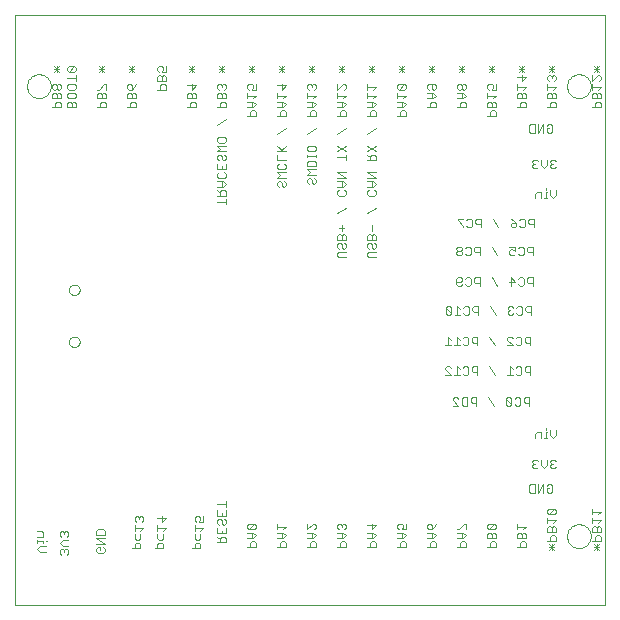
<source format=gbo>
G75*
G70*
%OFA0B0*%
%FSLAX24Y24*%
%IPPOS*%
%LPD*%
%AMOC8*
5,1,8,0,0,1.08239X$1,22.5*
%
%ADD10C,0.0000*%
%ADD11C,0.0040*%
D10*
X001875Y000107D02*
X001875Y019792D01*
X021560Y019792D01*
X021560Y000107D01*
X001875Y000107D01*
X003681Y008886D02*
X003683Y008912D01*
X003689Y008938D01*
X003699Y008963D01*
X003712Y008986D01*
X003728Y009006D01*
X003748Y009024D01*
X003770Y009039D01*
X003793Y009051D01*
X003819Y009059D01*
X003845Y009063D01*
X003871Y009063D01*
X003897Y009059D01*
X003923Y009051D01*
X003947Y009039D01*
X003968Y009024D01*
X003988Y009006D01*
X004004Y008986D01*
X004017Y008963D01*
X004027Y008938D01*
X004033Y008912D01*
X004035Y008886D01*
X004033Y008860D01*
X004027Y008834D01*
X004017Y008809D01*
X004004Y008786D01*
X003988Y008766D01*
X003968Y008748D01*
X003946Y008733D01*
X003923Y008721D01*
X003897Y008713D01*
X003871Y008709D01*
X003845Y008709D01*
X003819Y008713D01*
X003793Y008721D01*
X003769Y008733D01*
X003748Y008748D01*
X003728Y008766D01*
X003712Y008786D01*
X003699Y008809D01*
X003689Y008834D01*
X003683Y008860D01*
X003681Y008886D01*
X003681Y010619D02*
X003683Y010645D01*
X003689Y010671D01*
X003699Y010696D01*
X003712Y010719D01*
X003728Y010739D01*
X003748Y010757D01*
X003770Y010772D01*
X003793Y010784D01*
X003819Y010792D01*
X003845Y010796D01*
X003871Y010796D01*
X003897Y010792D01*
X003923Y010784D01*
X003947Y010772D01*
X003968Y010757D01*
X003988Y010739D01*
X004004Y010719D01*
X004017Y010696D01*
X004027Y010671D01*
X004033Y010645D01*
X004035Y010619D01*
X004033Y010593D01*
X004027Y010567D01*
X004017Y010542D01*
X004004Y010519D01*
X003988Y010499D01*
X003968Y010481D01*
X003946Y010466D01*
X003923Y010454D01*
X003897Y010446D01*
X003871Y010442D01*
X003845Y010442D01*
X003819Y010446D01*
X003793Y010454D01*
X003769Y010466D01*
X003748Y010481D01*
X003728Y010499D01*
X003712Y010519D01*
X003699Y010542D01*
X003689Y010567D01*
X003683Y010593D01*
X003681Y010619D01*
X002284Y017410D02*
X002286Y017449D01*
X002292Y017488D01*
X002302Y017526D01*
X002315Y017563D01*
X002332Y017598D01*
X002352Y017632D01*
X002376Y017663D01*
X002403Y017692D01*
X002432Y017718D01*
X002464Y017741D01*
X002498Y017761D01*
X002534Y017777D01*
X002571Y017789D01*
X002610Y017798D01*
X002649Y017803D01*
X002688Y017804D01*
X002727Y017801D01*
X002766Y017794D01*
X002803Y017783D01*
X002840Y017769D01*
X002875Y017751D01*
X002908Y017730D01*
X002939Y017705D01*
X002967Y017678D01*
X002992Y017648D01*
X003014Y017615D01*
X003033Y017581D01*
X003048Y017545D01*
X003060Y017507D01*
X003068Y017469D01*
X003072Y017430D01*
X003072Y017390D01*
X003068Y017351D01*
X003060Y017313D01*
X003048Y017275D01*
X003033Y017239D01*
X003014Y017205D01*
X002992Y017172D01*
X002967Y017142D01*
X002939Y017115D01*
X002908Y017090D01*
X002875Y017069D01*
X002840Y017051D01*
X002803Y017037D01*
X002766Y017026D01*
X002727Y017019D01*
X002688Y017016D01*
X002649Y017017D01*
X002610Y017022D01*
X002571Y017031D01*
X002534Y017043D01*
X002498Y017059D01*
X002464Y017079D01*
X002432Y017102D01*
X002403Y017128D01*
X002376Y017157D01*
X002352Y017188D01*
X002332Y017222D01*
X002315Y017257D01*
X002302Y017294D01*
X002292Y017332D01*
X002286Y017371D01*
X002284Y017410D01*
X020284Y017410D02*
X020286Y017449D01*
X020292Y017488D01*
X020302Y017526D01*
X020315Y017563D01*
X020332Y017598D01*
X020352Y017632D01*
X020376Y017663D01*
X020403Y017692D01*
X020432Y017718D01*
X020464Y017741D01*
X020498Y017761D01*
X020534Y017777D01*
X020571Y017789D01*
X020610Y017798D01*
X020649Y017803D01*
X020688Y017804D01*
X020727Y017801D01*
X020766Y017794D01*
X020803Y017783D01*
X020840Y017769D01*
X020875Y017751D01*
X020908Y017730D01*
X020939Y017705D01*
X020967Y017678D01*
X020992Y017648D01*
X021014Y017615D01*
X021033Y017581D01*
X021048Y017545D01*
X021060Y017507D01*
X021068Y017469D01*
X021072Y017430D01*
X021072Y017390D01*
X021068Y017351D01*
X021060Y017313D01*
X021048Y017275D01*
X021033Y017239D01*
X021014Y017205D01*
X020992Y017172D01*
X020967Y017142D01*
X020939Y017115D01*
X020908Y017090D01*
X020875Y017069D01*
X020840Y017051D01*
X020803Y017037D01*
X020766Y017026D01*
X020727Y017019D01*
X020688Y017016D01*
X020649Y017017D01*
X020610Y017022D01*
X020571Y017031D01*
X020534Y017043D01*
X020498Y017059D01*
X020464Y017079D01*
X020432Y017102D01*
X020403Y017128D01*
X020376Y017157D01*
X020352Y017188D01*
X020332Y017222D01*
X020315Y017257D01*
X020302Y017294D01*
X020292Y017332D01*
X020286Y017371D01*
X020284Y017410D01*
X020284Y002410D02*
X020286Y002449D01*
X020292Y002488D01*
X020302Y002526D01*
X020315Y002563D01*
X020332Y002598D01*
X020352Y002632D01*
X020376Y002663D01*
X020403Y002692D01*
X020432Y002718D01*
X020464Y002741D01*
X020498Y002761D01*
X020534Y002777D01*
X020571Y002789D01*
X020610Y002798D01*
X020649Y002803D01*
X020688Y002804D01*
X020727Y002801D01*
X020766Y002794D01*
X020803Y002783D01*
X020840Y002769D01*
X020875Y002751D01*
X020908Y002730D01*
X020939Y002705D01*
X020967Y002678D01*
X020992Y002648D01*
X021014Y002615D01*
X021033Y002581D01*
X021048Y002545D01*
X021060Y002507D01*
X021068Y002469D01*
X021072Y002430D01*
X021072Y002390D01*
X021068Y002351D01*
X021060Y002313D01*
X021048Y002275D01*
X021033Y002239D01*
X021014Y002205D01*
X020992Y002172D01*
X020967Y002142D01*
X020939Y002115D01*
X020908Y002090D01*
X020875Y002069D01*
X020840Y002051D01*
X020803Y002037D01*
X020766Y002026D01*
X020727Y002019D01*
X020688Y002016D01*
X020649Y002017D01*
X020610Y002022D01*
X020571Y002031D01*
X020534Y002043D01*
X020498Y002059D01*
X020464Y002079D01*
X020432Y002102D01*
X020403Y002128D01*
X020376Y002157D01*
X020352Y002188D01*
X020332Y002222D01*
X020315Y002257D01*
X020302Y002294D01*
X020292Y002332D01*
X020286Y002371D01*
X020284Y002410D01*
D11*
X019908Y002392D02*
X019908Y002251D01*
X019628Y002251D01*
X019722Y002251D02*
X019722Y002392D01*
X019768Y002438D01*
X019862Y002438D01*
X019908Y002392D01*
X019908Y002546D02*
X019908Y002686D01*
X019862Y002733D01*
X019815Y002733D01*
X019768Y002686D01*
X019768Y002546D01*
X019628Y002546D02*
X019628Y002686D01*
X019675Y002733D01*
X019722Y002733D01*
X019768Y002686D01*
X019815Y002841D02*
X019908Y002934D01*
X019628Y002934D01*
X019628Y002841D02*
X019628Y003028D01*
X019675Y003135D02*
X019862Y003322D01*
X019675Y003322D01*
X019628Y003275D01*
X019628Y003182D01*
X019675Y003135D01*
X019862Y003135D01*
X019908Y003182D01*
X019908Y003275D01*
X019862Y003322D01*
X019745Y003860D02*
X019652Y003860D01*
X019605Y003907D01*
X019605Y004000D01*
X019699Y004000D01*
X019792Y003907D02*
X019745Y003860D01*
X019792Y003907D02*
X019792Y004094D01*
X019745Y004140D01*
X019652Y004140D01*
X019605Y004094D01*
X019497Y004140D02*
X019497Y003860D01*
X019311Y003860D02*
X019311Y004140D01*
X019203Y004140D02*
X019063Y004140D01*
X019016Y004094D01*
X019016Y003907D01*
X019063Y003860D01*
X019203Y003860D01*
X019203Y004140D01*
X019497Y004140D02*
X019311Y003860D01*
X019272Y004680D02*
X019319Y004727D01*
X019272Y004680D02*
X019179Y004680D01*
X019132Y004727D01*
X019132Y004773D01*
X019179Y004820D01*
X019225Y004820D01*
X019179Y004820D02*
X019132Y004867D01*
X019132Y004914D01*
X019179Y004960D01*
X019272Y004960D01*
X019319Y004914D01*
X019427Y004960D02*
X019427Y004773D01*
X019520Y004680D01*
X019613Y004773D01*
X019613Y004960D01*
X019721Y004914D02*
X019721Y004867D01*
X019768Y004820D01*
X019721Y004773D01*
X019721Y004727D01*
X019768Y004680D01*
X019861Y004680D01*
X019908Y004727D01*
X019815Y004820D02*
X019768Y004820D01*
X019721Y004914D02*
X019768Y004960D01*
X019861Y004960D01*
X019908Y004914D01*
X019815Y005680D02*
X019721Y005773D01*
X019721Y005960D01*
X019613Y005867D02*
X019567Y005867D01*
X019567Y005680D01*
X019613Y005680D02*
X019520Y005680D01*
X019417Y005680D02*
X019417Y005867D01*
X019277Y005867D01*
X019230Y005820D01*
X019230Y005680D01*
X019567Y005960D02*
X019567Y006007D01*
X019908Y005960D02*
X019908Y005773D01*
X019815Y005680D01*
X019020Y006761D02*
X019020Y007041D01*
X018880Y007041D01*
X018834Y006994D01*
X018834Y006901D01*
X018880Y006854D01*
X019020Y006854D01*
X018726Y006807D02*
X018726Y006994D01*
X018679Y007041D01*
X018586Y007041D01*
X018539Y006994D01*
X018431Y006994D02*
X018431Y006807D01*
X018244Y006994D01*
X018244Y006807D01*
X018291Y006761D01*
X018384Y006761D01*
X018431Y006807D01*
X018539Y006807D02*
X018586Y006761D01*
X018679Y006761D01*
X018726Y006807D01*
X018431Y006994D02*
X018384Y007041D01*
X018291Y007041D01*
X018244Y006994D01*
X017842Y006761D02*
X017655Y007041D01*
X017252Y007041D02*
X017252Y006761D01*
X017252Y006854D02*
X017112Y006854D01*
X017066Y006901D01*
X017066Y006994D01*
X017112Y007041D01*
X017252Y007041D01*
X016958Y007041D02*
X016818Y007041D01*
X016771Y006994D01*
X016771Y006807D01*
X016818Y006761D01*
X016958Y006761D01*
X016958Y007041D01*
X016663Y006994D02*
X016616Y007041D01*
X016523Y007041D01*
X016476Y006994D01*
X016476Y006948D01*
X016663Y006761D01*
X016476Y006761D01*
X016516Y007784D02*
X016703Y007784D01*
X016609Y007784D02*
X016609Y008065D01*
X016703Y007971D01*
X016810Y008018D02*
X016857Y008065D01*
X016950Y008065D01*
X016997Y008018D01*
X016997Y007831D01*
X016950Y007784D01*
X016857Y007784D01*
X016810Y007831D01*
X017105Y007924D02*
X017105Y008018D01*
X017152Y008065D01*
X017292Y008065D01*
X017292Y007784D01*
X017292Y007878D02*
X017152Y007878D01*
X017105Y007924D01*
X017694Y008065D02*
X017881Y007784D01*
X018284Y007784D02*
X018470Y007784D01*
X018377Y007784D02*
X018377Y008065D01*
X018470Y007971D01*
X018578Y008018D02*
X018625Y008065D01*
X018718Y008065D01*
X018765Y008018D01*
X018765Y007831D01*
X018718Y007784D01*
X018625Y007784D01*
X018578Y007831D01*
X018873Y007924D02*
X018873Y008018D01*
X018920Y008065D01*
X019060Y008065D01*
X019060Y007784D01*
X019060Y007878D02*
X018920Y007878D01*
X018873Y007924D01*
X018718Y008769D02*
X018625Y008769D01*
X018578Y008815D01*
X018470Y008769D02*
X018284Y008955D01*
X018284Y009002D01*
X018330Y009049D01*
X018424Y009049D01*
X018470Y009002D01*
X018578Y009002D02*
X018625Y009049D01*
X018718Y009049D01*
X018765Y009002D01*
X018765Y008815D01*
X018718Y008769D01*
X018873Y008909D02*
X018920Y008862D01*
X019060Y008862D01*
X019060Y008769D02*
X019060Y009049D01*
X018920Y009049D01*
X018873Y009002D01*
X018873Y008909D01*
X018470Y008769D02*
X018284Y008769D01*
X017881Y008769D02*
X017694Y009049D01*
X017292Y009049D02*
X017292Y008769D01*
X017292Y008862D02*
X017152Y008862D01*
X017105Y008909D01*
X017105Y009002D01*
X017152Y009049D01*
X017292Y009049D01*
X016997Y009002D02*
X016997Y008815D01*
X016950Y008769D01*
X016857Y008769D01*
X016810Y008815D01*
X016703Y008769D02*
X016516Y008769D01*
X016609Y008769D02*
X016609Y009049D01*
X016703Y008955D01*
X016810Y009002D02*
X016857Y009049D01*
X016950Y009049D01*
X016997Y009002D01*
X016408Y008955D02*
X016314Y009049D01*
X016314Y008769D01*
X016221Y008769D02*
X016408Y008769D01*
X016361Y008065D02*
X016268Y008065D01*
X016221Y008018D01*
X016221Y007971D01*
X016408Y007784D01*
X016221Y007784D01*
X016408Y008018D02*
X016361Y008065D01*
X016381Y009792D02*
X016287Y009792D01*
X016241Y009839D01*
X016241Y010026D01*
X016428Y009839D01*
X016381Y009792D01*
X016428Y009839D02*
X016428Y010026D01*
X016381Y010072D01*
X016287Y010072D01*
X016241Y010026D01*
X016535Y009792D02*
X016722Y009792D01*
X016629Y009792D02*
X016629Y010072D01*
X016722Y009979D01*
X016830Y010026D02*
X016877Y010072D01*
X016970Y010072D01*
X017017Y010026D01*
X017017Y009839D01*
X016970Y009792D01*
X016877Y009792D01*
X016830Y009839D01*
X017125Y009932D02*
X017125Y010026D01*
X017171Y010072D01*
X017311Y010072D01*
X017311Y009792D01*
X017311Y009886D02*
X017171Y009886D01*
X017125Y009932D01*
X017714Y010072D02*
X017901Y009792D01*
X018303Y009839D02*
X018350Y009792D01*
X018443Y009792D01*
X018490Y009839D01*
X018598Y009839D02*
X018645Y009792D01*
X018738Y009792D01*
X018785Y009839D01*
X018785Y010026D01*
X018738Y010072D01*
X018645Y010072D01*
X018598Y010026D01*
X018490Y010026D02*
X018443Y010072D01*
X018350Y010072D01*
X018303Y010026D01*
X018303Y009979D01*
X018350Y009932D01*
X018303Y009886D01*
X018303Y009839D01*
X018350Y009932D02*
X018397Y009932D01*
X018893Y009932D02*
X018939Y009886D01*
X019079Y009886D01*
X019079Y009792D02*
X019079Y010072D01*
X018939Y010072D01*
X018893Y010026D01*
X018893Y009932D01*
X018797Y010757D02*
X018704Y010757D01*
X018657Y010803D01*
X018549Y010897D02*
X018362Y010897D01*
X018409Y010757D02*
X018409Y011037D01*
X018549Y010897D01*
X018657Y010990D02*
X018704Y011037D01*
X018797Y011037D01*
X018844Y010990D01*
X018844Y010803D01*
X018797Y010757D01*
X018952Y010897D02*
X018952Y010990D01*
X018998Y011037D01*
X019138Y011037D01*
X019138Y010757D01*
X019138Y010850D02*
X018998Y010850D01*
X018952Y010897D01*
X018797Y011780D02*
X018704Y011780D01*
X018657Y011827D01*
X018549Y011827D02*
X018502Y011780D01*
X018409Y011780D01*
X018362Y011827D01*
X018362Y011921D01*
X018409Y011967D01*
X018456Y011967D01*
X018549Y011921D01*
X018549Y012061D01*
X018362Y012061D01*
X018657Y012014D02*
X018704Y012061D01*
X018797Y012061D01*
X018844Y012014D01*
X018844Y011827D01*
X018797Y011780D01*
X018952Y011921D02*
X018952Y012014D01*
X018998Y012061D01*
X019138Y012061D01*
X019138Y011780D01*
X019138Y011874D02*
X018998Y011874D01*
X018952Y011921D01*
X018836Y012706D02*
X018743Y012706D01*
X018696Y012752D01*
X018589Y012752D02*
X018542Y012706D01*
X018448Y012706D01*
X018402Y012752D01*
X018402Y012799D01*
X018448Y012846D01*
X018589Y012846D01*
X018589Y012752D01*
X018589Y012846D02*
X018495Y012939D01*
X018402Y012986D01*
X018696Y012939D02*
X018743Y012986D01*
X018836Y012986D01*
X018883Y012939D01*
X018883Y012752D01*
X018836Y012706D01*
X018991Y012846D02*
X019038Y012799D01*
X019178Y012799D01*
X019178Y012706D02*
X019178Y012986D01*
X019038Y012986D01*
X018991Y012939D01*
X018991Y012846D01*
X019230Y013680D02*
X019230Y013820D01*
X019277Y013867D01*
X019417Y013867D01*
X019417Y013680D01*
X019520Y013680D02*
X019613Y013680D01*
X019567Y013680D02*
X019567Y013867D01*
X019613Y013867D01*
X019567Y013960D02*
X019567Y014007D01*
X019721Y013960D02*
X019721Y013773D01*
X019815Y013680D01*
X019908Y013773D01*
X019908Y013960D01*
X019861Y014680D02*
X019768Y014680D01*
X019721Y014727D01*
X019721Y014773D01*
X019768Y014820D01*
X019815Y014820D01*
X019768Y014820D02*
X019721Y014867D01*
X019721Y014914D01*
X019768Y014960D01*
X019861Y014960D01*
X019908Y014914D01*
X019908Y014727D02*
X019861Y014680D01*
X019613Y014773D02*
X019520Y014680D01*
X019427Y014773D01*
X019427Y014960D01*
X019319Y014914D02*
X019272Y014960D01*
X019179Y014960D01*
X019132Y014914D01*
X019132Y014867D01*
X019179Y014820D01*
X019132Y014773D01*
X019132Y014727D01*
X019179Y014680D01*
X019272Y014680D01*
X019319Y014727D01*
X019225Y014820D02*
X019179Y014820D01*
X019613Y014773D02*
X019613Y014960D01*
X019652Y015860D02*
X019605Y015907D01*
X019605Y016000D01*
X019699Y016000D01*
X019792Y015907D02*
X019745Y015860D01*
X019652Y015860D01*
X019792Y015907D02*
X019792Y016094D01*
X019745Y016140D01*
X019652Y016140D01*
X019605Y016094D01*
X019497Y016140D02*
X019497Y015860D01*
X019311Y015860D02*
X019311Y016140D01*
X019203Y016140D02*
X019063Y016140D01*
X019016Y016094D01*
X019016Y015907D01*
X019063Y015860D01*
X019203Y015860D01*
X019203Y016140D01*
X019497Y016140D02*
X019311Y015860D01*
X019628Y016707D02*
X019908Y016707D01*
X019908Y016847D01*
X019862Y016894D01*
X019768Y016894D01*
X019722Y016847D01*
X019722Y016707D01*
X019768Y017001D02*
X019768Y017142D01*
X019722Y017188D01*
X019675Y017188D01*
X019628Y017142D01*
X019628Y017001D01*
X019908Y017001D01*
X019908Y017142D01*
X019862Y017188D01*
X019815Y017188D01*
X019768Y017142D01*
X019815Y017296D02*
X019908Y017389D01*
X019628Y017389D01*
X019628Y017296D02*
X019628Y017483D01*
X019675Y017591D02*
X019628Y017637D01*
X019628Y017731D01*
X019675Y017778D01*
X019722Y017778D01*
X019768Y017731D01*
X019768Y017684D01*
X019768Y017731D02*
X019815Y017778D01*
X019862Y017778D01*
X019908Y017731D01*
X019908Y017637D01*
X019862Y017591D01*
X019862Y017885D02*
X019675Y018072D01*
X019675Y017979D02*
X019862Y017979D01*
X019862Y018072D02*
X019675Y017885D01*
X019768Y017885D02*
X019768Y018072D01*
X018908Y017731D02*
X018768Y017591D01*
X018768Y017778D01*
X018768Y017885D02*
X018768Y018072D01*
X018675Y018072D02*
X018862Y017885D01*
X018862Y017979D02*
X018675Y017979D01*
X018675Y017885D02*
X018862Y018072D01*
X018908Y017731D02*
X018628Y017731D01*
X018628Y017483D02*
X018628Y017296D01*
X018628Y017389D02*
X018908Y017389D01*
X018815Y017296D01*
X018815Y017188D02*
X018768Y017142D01*
X018768Y017001D01*
X018768Y016894D02*
X018722Y016847D01*
X018722Y016707D01*
X018628Y016707D02*
X018908Y016707D01*
X018908Y016847D01*
X018862Y016894D01*
X018768Y016894D01*
X018628Y017001D02*
X018628Y017142D01*
X018675Y017188D01*
X018722Y017188D01*
X018768Y017142D01*
X018815Y017188D02*
X018862Y017188D01*
X018908Y017142D01*
X018908Y017001D01*
X018628Y017001D01*
X017908Y017095D02*
X017628Y017095D01*
X017628Y017188D02*
X017628Y017001D01*
X017675Y016894D02*
X017628Y016847D01*
X017628Y016707D01*
X017908Y016707D01*
X017908Y016847D01*
X017862Y016894D01*
X017815Y016894D01*
X017768Y016847D01*
X017768Y016707D01*
X017768Y016599D02*
X017722Y016552D01*
X017722Y016412D01*
X017628Y016412D02*
X017908Y016412D01*
X017908Y016552D01*
X017862Y016599D01*
X017768Y016599D01*
X017768Y016847D02*
X017722Y016894D01*
X017675Y016894D01*
X017815Y017001D02*
X017908Y017095D01*
X017908Y017296D02*
X017768Y017296D01*
X017815Y017389D01*
X017815Y017436D01*
X017768Y017483D01*
X017675Y017483D01*
X017628Y017436D01*
X017628Y017343D01*
X017675Y017296D01*
X017908Y017296D02*
X017908Y017483D01*
X017862Y017885D02*
X017675Y018072D01*
X017675Y017979D02*
X017862Y017979D01*
X017862Y018072D02*
X017675Y017885D01*
X017768Y017885D02*
X017768Y018072D01*
X016862Y018072D02*
X016675Y017885D01*
X016768Y017885D02*
X016768Y018072D01*
X016675Y018072D02*
X016862Y017885D01*
X016862Y017979D02*
X016675Y017979D01*
X016675Y017483D02*
X016628Y017436D01*
X016628Y017343D01*
X016675Y017296D01*
X016722Y017296D01*
X016768Y017343D01*
X016768Y017436D01*
X016722Y017483D01*
X016675Y017483D01*
X016768Y017436D02*
X016815Y017483D01*
X016862Y017483D01*
X016908Y017436D01*
X016908Y017343D01*
X016862Y017296D01*
X016815Y017296D01*
X016768Y017343D01*
X016768Y017188D02*
X016768Y017001D01*
X016815Y017001D02*
X016908Y017095D01*
X016815Y017188D01*
X016628Y017188D01*
X016628Y017001D02*
X016815Y017001D01*
X016862Y016894D02*
X016768Y016894D01*
X016722Y016847D01*
X016722Y016707D01*
X016628Y016707D02*
X016908Y016707D01*
X016908Y016847D01*
X016862Y016894D01*
X015908Y016847D02*
X015908Y016707D01*
X015628Y016707D01*
X015722Y016707D02*
X015722Y016847D01*
X015768Y016894D01*
X015862Y016894D01*
X015908Y016847D01*
X015815Y017001D02*
X015908Y017095D01*
X015815Y017188D01*
X015628Y017188D01*
X015675Y017296D02*
X015628Y017343D01*
X015628Y017436D01*
X015675Y017483D01*
X015862Y017483D01*
X015908Y017436D01*
X015908Y017343D01*
X015862Y017296D01*
X015815Y017296D01*
X015768Y017343D01*
X015768Y017483D01*
X015768Y017188D02*
X015768Y017001D01*
X015815Y017001D02*
X015628Y017001D01*
X014908Y017095D02*
X014628Y017095D01*
X014628Y017188D02*
X014628Y017001D01*
X014628Y016894D02*
X014815Y016894D01*
X014908Y016800D01*
X014815Y016707D01*
X014628Y016707D01*
X014768Y016707D02*
X014768Y016894D01*
X014815Y017001D02*
X014908Y017095D01*
X014862Y017296D02*
X014675Y017296D01*
X014862Y017483D01*
X014675Y017483D01*
X014628Y017436D01*
X014628Y017343D01*
X014675Y017296D01*
X014862Y017296D02*
X014908Y017343D01*
X014908Y017436D01*
X014862Y017483D01*
X014862Y017885D02*
X014675Y018072D01*
X014675Y017979D02*
X014862Y017979D01*
X014862Y018072D02*
X014675Y017885D01*
X014768Y017885D02*
X014768Y018072D01*
X013908Y017389D02*
X013628Y017389D01*
X013628Y017296D02*
X013628Y017483D01*
X013815Y017296D02*
X013908Y017389D01*
X013908Y017095D02*
X013628Y017095D01*
X013628Y017188D02*
X013628Y017001D01*
X013628Y016894D02*
X013815Y016894D01*
X013908Y016800D01*
X013815Y016707D01*
X013628Y016707D01*
X013768Y016707D02*
X013768Y016894D01*
X013815Y017001D02*
X013908Y017095D01*
X013862Y016599D02*
X013768Y016599D01*
X013722Y016552D01*
X013722Y016412D01*
X013628Y016412D02*
X013908Y016412D01*
X013908Y016552D01*
X013862Y016599D01*
X013908Y016010D02*
X013628Y015823D01*
X013628Y015420D02*
X013908Y015233D01*
X013862Y015126D02*
X013908Y015079D01*
X013908Y014939D01*
X013628Y014939D01*
X013722Y014939D02*
X013722Y015079D01*
X013768Y015126D01*
X013862Y015126D01*
X013722Y015032D02*
X013628Y015126D01*
X013628Y015233D02*
X013908Y015420D01*
X013908Y014536D02*
X013628Y014536D01*
X013908Y014350D01*
X013628Y014350D01*
X013628Y014242D02*
X013815Y014242D01*
X013908Y014148D01*
X013815Y014055D01*
X013628Y014055D01*
X013675Y013947D02*
X013628Y013900D01*
X013628Y013807D01*
X013675Y013760D01*
X013862Y013760D01*
X013908Y013807D01*
X013908Y013900D01*
X013862Y013947D01*
X013768Y014055D02*
X013768Y014242D01*
X012908Y014148D02*
X012815Y014242D01*
X012628Y014242D01*
X012628Y014350D02*
X012908Y014350D01*
X012628Y014536D01*
X012908Y014536D01*
X012768Y014242D02*
X012768Y014055D01*
X012815Y014055D02*
X012908Y014148D01*
X012815Y014055D02*
X012628Y014055D01*
X012675Y013947D02*
X012628Y013900D01*
X012628Y013807D01*
X012675Y013760D01*
X012862Y013760D01*
X012908Y013807D01*
X012908Y013900D01*
X012862Y013947D01*
X012908Y013358D02*
X012628Y013171D01*
X012768Y012768D02*
X012768Y012582D01*
X012722Y012474D02*
X012675Y012474D01*
X012628Y012427D01*
X012628Y012287D01*
X012908Y012287D01*
X012908Y012427D01*
X012862Y012474D01*
X012815Y012474D01*
X012768Y012427D01*
X012768Y012287D01*
X012722Y012179D02*
X012675Y012179D01*
X012628Y012132D01*
X012628Y012039D01*
X012675Y011992D01*
X012768Y012039D02*
X012768Y012132D01*
X012722Y012179D01*
X012862Y012179D02*
X012908Y012132D01*
X012908Y012039D01*
X012862Y011992D01*
X012815Y011992D01*
X012768Y012039D01*
X012675Y011884D02*
X012908Y011884D01*
X012908Y011698D02*
X012675Y011698D01*
X012628Y011744D01*
X012628Y011838D01*
X012675Y011884D01*
X012768Y012427D02*
X012722Y012474D01*
X012675Y012675D02*
X012862Y012675D01*
X013628Y012427D02*
X013628Y012287D01*
X013908Y012287D01*
X013908Y012427D01*
X013862Y012474D01*
X013815Y012474D01*
X013768Y012427D01*
X013768Y012287D01*
X013722Y012179D02*
X013675Y012179D01*
X013628Y012132D01*
X013628Y012039D01*
X013675Y011992D01*
X013768Y012039D02*
X013768Y012132D01*
X013722Y012179D01*
X013862Y012179D02*
X013908Y012132D01*
X013908Y012039D01*
X013862Y011992D01*
X013815Y011992D01*
X013768Y012039D01*
X013675Y011884D02*
X013908Y011884D01*
X013908Y011698D02*
X013675Y011698D01*
X013628Y011744D01*
X013628Y011838D01*
X013675Y011884D01*
X013628Y012427D02*
X013675Y012474D01*
X013722Y012474D01*
X013768Y012427D01*
X013768Y012582D02*
X013768Y012768D01*
X013628Y013171D02*
X013908Y013358D01*
X012908Y014939D02*
X012908Y015126D01*
X012908Y015032D02*
X012628Y015032D01*
X012628Y015233D02*
X012908Y015420D01*
X012908Y015233D02*
X012628Y015420D01*
X012628Y015823D02*
X012908Y016010D01*
X012908Y016412D02*
X012628Y016412D01*
X012722Y016412D02*
X012722Y016552D01*
X012768Y016599D01*
X012862Y016599D01*
X012908Y016552D01*
X012908Y016412D01*
X012815Y016707D02*
X012908Y016800D01*
X012815Y016894D01*
X012628Y016894D01*
X012628Y017001D02*
X012628Y017188D01*
X012628Y017095D02*
X012908Y017095D01*
X012815Y017001D01*
X012768Y016894D02*
X012768Y016707D01*
X012815Y016707D02*
X012628Y016707D01*
X012628Y017296D02*
X012815Y017483D01*
X012862Y017483D01*
X012908Y017436D01*
X012908Y017343D01*
X012862Y017296D01*
X012628Y017296D02*
X012628Y017483D01*
X012675Y017885D02*
X012862Y018072D01*
X012862Y017979D02*
X012675Y017979D01*
X012675Y018072D02*
X012862Y017885D01*
X012768Y017885D02*
X012768Y018072D01*
X011862Y018072D02*
X011675Y017885D01*
X011768Y017885D02*
X011768Y018072D01*
X011675Y018072D02*
X011862Y017885D01*
X011862Y017979D02*
X011675Y017979D01*
X011675Y017483D02*
X011628Y017436D01*
X011628Y017343D01*
X011675Y017296D01*
X011628Y017188D02*
X011628Y017001D01*
X011628Y017095D02*
X011908Y017095D01*
X011815Y017001D01*
X011815Y016894D02*
X011628Y016894D01*
X011768Y016894D02*
X011768Y016707D01*
X011815Y016707D02*
X011908Y016800D01*
X011815Y016894D01*
X011815Y016707D02*
X011628Y016707D01*
X011768Y016599D02*
X011722Y016552D01*
X011722Y016412D01*
X011628Y016412D02*
X011908Y016412D01*
X011908Y016552D01*
X011862Y016599D01*
X011768Y016599D01*
X011908Y016010D02*
X011628Y015823D01*
X011675Y015420D02*
X011862Y015420D01*
X011908Y015374D01*
X011908Y015280D01*
X011862Y015233D01*
X011675Y015233D01*
X011628Y015280D01*
X011628Y015374D01*
X011675Y015420D01*
X011628Y015130D02*
X011628Y015037D01*
X011628Y015084D02*
X011908Y015084D01*
X011908Y015130D02*
X011908Y015037D01*
X011862Y014929D02*
X011908Y014883D01*
X011908Y014742D01*
X011628Y014742D01*
X011628Y014883D01*
X011675Y014929D01*
X011862Y014929D01*
X011908Y014635D02*
X011628Y014635D01*
X011722Y014541D01*
X011628Y014448D01*
X011908Y014448D01*
X011862Y014340D02*
X011908Y014293D01*
X011908Y014200D01*
X011862Y014153D01*
X011815Y014153D01*
X011768Y014200D01*
X011768Y014293D01*
X011722Y014340D01*
X011675Y014340D01*
X011628Y014293D01*
X011628Y014200D01*
X011675Y014153D01*
X010908Y014195D02*
X010908Y014102D01*
X010862Y014055D01*
X010815Y014055D01*
X010768Y014102D01*
X010768Y014195D01*
X010722Y014242D01*
X010675Y014242D01*
X010628Y014195D01*
X010628Y014102D01*
X010675Y014055D01*
X010862Y014242D02*
X010908Y014195D01*
X010908Y014350D02*
X010628Y014350D01*
X010722Y014443D01*
X010628Y014536D01*
X010908Y014536D01*
X010862Y014644D02*
X010908Y014691D01*
X010908Y014784D01*
X010862Y014831D01*
X010908Y014939D02*
X010628Y014939D01*
X010628Y015126D01*
X010628Y015233D02*
X010908Y015233D01*
X010768Y015280D02*
X010628Y015420D01*
X010722Y015233D02*
X010908Y015420D01*
X010628Y015823D02*
X010908Y016010D01*
X010908Y016412D02*
X010628Y016412D01*
X010722Y016412D02*
X010722Y016552D01*
X010768Y016599D01*
X010862Y016599D01*
X010908Y016552D01*
X010908Y016412D01*
X010815Y016707D02*
X010908Y016800D01*
X010815Y016894D01*
X010628Y016894D01*
X010628Y017001D02*
X010628Y017188D01*
X010628Y017095D02*
X010908Y017095D01*
X010815Y017001D01*
X010768Y016894D02*
X010768Y016707D01*
X010815Y016707D02*
X010628Y016707D01*
X010768Y017296D02*
X010768Y017483D01*
X010628Y017436D02*
X010908Y017436D01*
X010768Y017296D01*
X010768Y017885D02*
X010768Y018072D01*
X010675Y018072D02*
X010862Y017885D01*
X010862Y017979D02*
X010675Y017979D01*
X010675Y017885D02*
X010862Y018072D01*
X009862Y018072D02*
X009675Y017885D01*
X009768Y017885D02*
X009768Y018072D01*
X009675Y018072D02*
X009862Y017885D01*
X009862Y017979D02*
X009675Y017979D01*
X009675Y017483D02*
X009628Y017436D01*
X009628Y017343D01*
X009675Y017296D01*
X009768Y017296D02*
X009815Y017389D01*
X009815Y017436D01*
X009768Y017483D01*
X009675Y017483D01*
X009768Y017296D02*
X009908Y017296D01*
X009908Y017483D01*
X009628Y017188D02*
X009628Y017001D01*
X009628Y017095D02*
X009908Y017095D01*
X009815Y017001D01*
X009815Y016894D02*
X009628Y016894D01*
X009768Y016894D02*
X009768Y016707D01*
X009815Y016707D02*
X009628Y016707D01*
X009768Y016599D02*
X009722Y016552D01*
X009722Y016412D01*
X009628Y016412D02*
X009908Y016412D01*
X009908Y016552D01*
X009862Y016599D01*
X009768Y016599D01*
X009815Y016707D02*
X009908Y016800D01*
X009815Y016894D01*
X008908Y016847D02*
X008908Y016707D01*
X008628Y016707D01*
X008722Y016707D02*
X008722Y016847D01*
X008768Y016894D01*
X008862Y016894D01*
X008908Y016847D01*
X008908Y017001D02*
X008628Y017001D01*
X008628Y017142D01*
X008675Y017188D01*
X008722Y017188D01*
X008768Y017142D01*
X008768Y017001D01*
X008908Y017001D02*
X008908Y017142D01*
X008862Y017188D01*
X008815Y017188D01*
X008768Y017142D01*
X008675Y017296D02*
X008628Y017343D01*
X008628Y017436D01*
X008675Y017483D01*
X008722Y017483D01*
X008768Y017436D01*
X008768Y017389D01*
X008768Y017436D02*
X008815Y017483D01*
X008862Y017483D01*
X008908Y017436D01*
X008908Y017343D01*
X008862Y017296D01*
X008862Y017885D02*
X008675Y018072D01*
X008675Y017979D02*
X008862Y017979D01*
X008862Y018072D02*
X008675Y017885D01*
X008768Y017885D02*
X008768Y018072D01*
X007862Y018072D02*
X007675Y017885D01*
X007768Y017885D02*
X007768Y018072D01*
X007675Y018072D02*
X007862Y017885D01*
X007862Y017979D02*
X007675Y017979D01*
X007768Y017483D02*
X007768Y017296D01*
X007908Y017436D01*
X007628Y017436D01*
X007675Y017188D02*
X007628Y017142D01*
X007628Y017001D01*
X007908Y017001D01*
X007908Y017142D01*
X007862Y017188D01*
X007815Y017188D01*
X007768Y017142D01*
X007768Y017001D01*
X007768Y016894D02*
X007722Y016847D01*
X007722Y016707D01*
X007628Y016707D02*
X007908Y016707D01*
X007908Y016847D01*
X007862Y016894D01*
X007768Y016894D01*
X007768Y017142D02*
X007722Y017188D01*
X007675Y017188D01*
X006908Y017296D02*
X006908Y017436D01*
X006862Y017483D01*
X006768Y017483D01*
X006722Y017436D01*
X006722Y017296D01*
X006628Y017296D02*
X006908Y017296D01*
X006908Y017591D02*
X006628Y017591D01*
X006628Y017731D01*
X006675Y017778D01*
X006722Y017778D01*
X006768Y017731D01*
X006768Y017591D01*
X006768Y017731D02*
X006815Y017778D01*
X006862Y017778D01*
X006908Y017731D01*
X006908Y017591D01*
X006908Y017885D02*
X006768Y017885D01*
X006815Y017979D01*
X006815Y018025D01*
X006768Y018072D01*
X006675Y018072D01*
X006628Y018025D01*
X006628Y017932D01*
X006675Y017885D01*
X006908Y017885D02*
X006908Y018072D01*
X005908Y017483D02*
X005862Y017389D01*
X005768Y017296D01*
X005768Y017436D01*
X005722Y017483D01*
X005675Y017483D01*
X005628Y017436D01*
X005628Y017343D01*
X005675Y017296D01*
X005768Y017296D01*
X005722Y017188D02*
X005675Y017188D01*
X005628Y017142D01*
X005628Y017001D01*
X005908Y017001D01*
X005908Y017142D01*
X005862Y017188D01*
X005815Y017188D01*
X005768Y017142D01*
X005768Y017001D01*
X005768Y016894D02*
X005722Y016847D01*
X005722Y016707D01*
X005628Y016707D02*
X005908Y016707D01*
X005908Y016847D01*
X005862Y016894D01*
X005768Y016894D01*
X005768Y017142D02*
X005722Y017188D01*
X005768Y017885D02*
X005768Y018072D01*
X005675Y018072D02*
X005862Y017885D01*
X005862Y017979D02*
X005675Y017979D01*
X005675Y017885D02*
X005862Y018072D01*
X004862Y018072D02*
X004675Y017885D01*
X004768Y017885D02*
X004768Y018072D01*
X004675Y018072D02*
X004862Y017885D01*
X004862Y017979D02*
X004675Y017979D01*
X004862Y017483D02*
X004675Y017296D01*
X004628Y017296D01*
X004675Y017188D02*
X004628Y017142D01*
X004628Y017001D01*
X004908Y017001D01*
X004908Y017142D01*
X004862Y017188D01*
X004815Y017188D01*
X004768Y017142D01*
X004768Y017001D01*
X004768Y016894D02*
X004722Y016847D01*
X004722Y016707D01*
X004628Y016707D02*
X004908Y016707D01*
X004908Y016847D01*
X004862Y016894D01*
X004768Y016894D01*
X004768Y017142D02*
X004722Y017188D01*
X004675Y017188D01*
X004908Y017296D02*
X004908Y017483D01*
X004862Y017483D01*
X003908Y017436D02*
X003862Y017483D01*
X003675Y017483D01*
X003628Y017436D01*
X003628Y017343D01*
X003675Y017296D01*
X003862Y017296D01*
X003908Y017343D01*
X003908Y017436D01*
X003908Y017591D02*
X003908Y017778D01*
X003908Y017684D02*
X003628Y017684D01*
X003675Y017885D02*
X003862Y018072D01*
X003675Y018072D01*
X003628Y018025D01*
X003628Y017932D01*
X003675Y017885D01*
X003862Y017885D01*
X003908Y017932D01*
X003908Y018025D01*
X003862Y018072D01*
X003362Y018072D02*
X003175Y017885D01*
X003268Y017885D02*
X003268Y018072D01*
X003175Y018072D02*
X003362Y017885D01*
X003362Y017979D02*
X003175Y017979D01*
X003175Y017483D02*
X003128Y017436D01*
X003128Y017343D01*
X003175Y017296D01*
X003222Y017296D01*
X003268Y017343D01*
X003268Y017436D01*
X003222Y017483D01*
X003175Y017483D01*
X003268Y017436D02*
X003315Y017483D01*
X003362Y017483D01*
X003408Y017436D01*
X003408Y017343D01*
X003362Y017296D01*
X003315Y017296D01*
X003268Y017343D01*
X003222Y017188D02*
X003175Y017188D01*
X003128Y017142D01*
X003128Y017001D01*
X003408Y017001D01*
X003408Y017142D01*
X003362Y017188D01*
X003315Y017188D01*
X003268Y017142D01*
X003268Y017001D01*
X003268Y016894D02*
X003222Y016847D01*
X003222Y016707D01*
X003128Y016707D02*
X003408Y016707D01*
X003408Y016847D01*
X003362Y016894D01*
X003268Y016894D01*
X003628Y016847D02*
X003628Y016707D01*
X003908Y016707D01*
X003908Y016847D01*
X003862Y016894D01*
X003815Y016894D01*
X003768Y016847D01*
X003768Y016707D01*
X003768Y016847D02*
X003722Y016894D01*
X003675Y016894D01*
X003628Y016847D01*
X003675Y017001D02*
X003628Y017048D01*
X003628Y017142D01*
X003675Y017188D01*
X003862Y017188D01*
X003908Y017142D01*
X003908Y017048D01*
X003862Y017001D01*
X003675Y017001D01*
X003268Y017142D02*
X003222Y017188D01*
X008628Y016117D02*
X008908Y016304D01*
X008862Y015715D02*
X008675Y015715D01*
X008628Y015668D01*
X008628Y015575D01*
X008675Y015528D01*
X008862Y015528D01*
X008908Y015575D01*
X008908Y015668D01*
X008862Y015715D01*
X008908Y015420D02*
X008628Y015420D01*
X008722Y015327D01*
X008628Y015233D01*
X008908Y015233D01*
X008862Y015126D02*
X008908Y015079D01*
X008908Y014986D01*
X008862Y014939D01*
X008815Y014939D01*
X008768Y014986D01*
X008768Y015079D01*
X008722Y015126D01*
X008675Y015126D01*
X008628Y015079D01*
X008628Y014986D01*
X008675Y014939D01*
X008628Y014831D02*
X008628Y014644D01*
X008908Y014644D01*
X008908Y014831D01*
X008768Y014738D02*
X008768Y014644D01*
X008675Y014536D02*
X008628Y014490D01*
X008628Y014396D01*
X008675Y014350D01*
X008862Y014350D01*
X008908Y014396D01*
X008908Y014490D01*
X008862Y014536D01*
X008815Y014242D02*
X008628Y014242D01*
X008768Y014242D02*
X008768Y014055D01*
X008815Y014055D02*
X008908Y014148D01*
X008815Y014242D01*
X008815Y014055D02*
X008628Y014055D01*
X008628Y013947D02*
X008722Y013854D01*
X008722Y013900D02*
X008722Y013760D01*
X008628Y013760D02*
X008908Y013760D01*
X008908Y013900D01*
X008862Y013947D01*
X008768Y013947D01*
X008722Y013900D01*
X008908Y013652D02*
X008908Y013466D01*
X008908Y013559D02*
X008628Y013559D01*
X010628Y014691D02*
X010628Y014784D01*
X010675Y014831D01*
X010628Y014691D02*
X010675Y014644D01*
X010862Y014644D01*
X011862Y017296D02*
X011908Y017343D01*
X011908Y017436D01*
X011862Y017483D01*
X011815Y017483D01*
X011768Y017436D01*
X011722Y017483D01*
X011675Y017483D01*
X011768Y017436D02*
X011768Y017389D01*
X013675Y017885D02*
X013862Y018072D01*
X013862Y017979D02*
X013675Y017979D01*
X013675Y018072D02*
X013862Y017885D01*
X013768Y017885D02*
X013768Y018072D01*
X014768Y016599D02*
X014722Y016552D01*
X014722Y016412D01*
X014628Y016412D02*
X014908Y016412D01*
X014908Y016552D01*
X014862Y016599D01*
X014768Y016599D01*
X015675Y017885D02*
X015862Y018072D01*
X015862Y017979D02*
X015675Y017979D01*
X015675Y018072D02*
X015862Y017885D01*
X015768Y017885D02*
X015768Y018072D01*
X016634Y012986D02*
X016634Y012939D01*
X016821Y012752D01*
X016821Y012706D01*
X016928Y012752D02*
X016975Y012706D01*
X017069Y012706D01*
X017115Y012752D01*
X017115Y012939D01*
X017069Y012986D01*
X016975Y012986D01*
X016928Y012939D01*
X016821Y012986D02*
X016634Y012986D01*
X017223Y012939D02*
X017223Y012846D01*
X017270Y012799D01*
X017410Y012799D01*
X017410Y012706D02*
X017410Y012986D01*
X017270Y012986D01*
X017223Y012939D01*
X017812Y012986D02*
X017999Y012706D01*
X017773Y012061D02*
X017960Y011780D01*
X017371Y011780D02*
X017371Y012061D01*
X017230Y012061D01*
X017184Y012014D01*
X017184Y011921D01*
X017230Y011874D01*
X017371Y011874D01*
X017076Y011827D02*
X017076Y012014D01*
X017029Y012061D01*
X016936Y012061D01*
X016889Y012014D01*
X016781Y012014D02*
X016781Y011967D01*
X016735Y011921D01*
X016641Y011921D01*
X016594Y011874D01*
X016594Y011827D01*
X016641Y011780D01*
X016735Y011780D01*
X016781Y011827D01*
X016781Y011874D01*
X016735Y011921D01*
X016641Y011921D02*
X016594Y011967D01*
X016594Y012014D01*
X016641Y012061D01*
X016735Y012061D01*
X016781Y012014D01*
X016889Y011827D02*
X016936Y011780D01*
X017029Y011780D01*
X017076Y011827D01*
X017029Y011037D02*
X016936Y011037D01*
X016889Y010990D01*
X016781Y010990D02*
X016781Y010944D01*
X016735Y010897D01*
X016594Y010897D01*
X016594Y010990D02*
X016594Y010803D01*
X016641Y010757D01*
X016735Y010757D01*
X016781Y010803D01*
X016889Y010803D02*
X016936Y010757D01*
X017029Y010757D01*
X017076Y010803D01*
X017076Y010990D01*
X017029Y011037D01*
X017184Y010990D02*
X017184Y010897D01*
X017230Y010850D01*
X017371Y010850D01*
X017371Y010757D02*
X017371Y011037D01*
X017230Y011037D01*
X017184Y010990D01*
X016781Y010990D02*
X016735Y011037D01*
X016641Y011037D01*
X016594Y010990D01*
X017773Y011037D02*
X017960Y010757D01*
X021128Y016707D02*
X021408Y016707D01*
X021408Y016847D01*
X021362Y016894D01*
X021268Y016894D01*
X021222Y016847D01*
X021222Y016707D01*
X021268Y017001D02*
X021268Y017142D01*
X021222Y017188D01*
X021175Y017188D01*
X021128Y017142D01*
X021128Y017001D01*
X021408Y017001D01*
X021408Y017142D01*
X021362Y017188D01*
X021315Y017188D01*
X021268Y017142D01*
X021315Y017296D02*
X021408Y017389D01*
X021128Y017389D01*
X021128Y017296D02*
X021128Y017483D01*
X021128Y017591D02*
X021315Y017778D01*
X021362Y017778D01*
X021408Y017731D01*
X021408Y017637D01*
X021362Y017591D01*
X021128Y017591D02*
X021128Y017778D01*
X021175Y017885D02*
X021362Y018072D01*
X021362Y017979D02*
X021175Y017979D01*
X021175Y018072D02*
X021362Y017885D01*
X021268Y017885D02*
X021268Y018072D01*
X008908Y003572D02*
X008908Y003385D01*
X008908Y003479D02*
X008628Y003479D01*
X008628Y003278D02*
X008628Y003091D01*
X008908Y003091D01*
X008908Y003278D01*
X008768Y003184D02*
X008768Y003091D01*
X008722Y002983D02*
X008675Y002983D01*
X008628Y002936D01*
X008628Y002843D01*
X008675Y002796D01*
X008768Y002843D02*
X008768Y002936D01*
X008722Y002983D01*
X008862Y002983D02*
X008908Y002936D01*
X008908Y002843D01*
X008862Y002796D01*
X008815Y002796D01*
X008768Y002843D01*
X008628Y002688D02*
X008628Y002501D01*
X008908Y002501D01*
X008908Y002688D01*
X008768Y002595D02*
X008768Y002501D01*
X008768Y002394D02*
X008722Y002347D01*
X008722Y002207D01*
X008722Y002300D02*
X008628Y002394D01*
X008768Y002394D02*
X008862Y002394D01*
X008908Y002347D01*
X008908Y002207D01*
X008628Y002207D01*
X008065Y002142D02*
X008018Y002188D01*
X007925Y002188D01*
X007878Y002142D01*
X007878Y002001D01*
X007785Y002001D02*
X008065Y002001D01*
X008065Y002142D01*
X008018Y002296D02*
X007925Y002296D01*
X007878Y002343D01*
X007878Y002483D01*
X007878Y002591D02*
X007878Y002778D01*
X007878Y002684D02*
X008158Y002684D01*
X008065Y002591D01*
X008065Y002483D02*
X008065Y002343D01*
X008018Y002296D01*
X008018Y002885D02*
X008065Y002979D01*
X008065Y003025D01*
X008018Y003072D01*
X007925Y003072D01*
X007878Y003025D01*
X007878Y002932D01*
X007925Y002885D01*
X008018Y002885D02*
X008158Y002885D01*
X008158Y003072D01*
X006908Y003025D02*
X006768Y002885D01*
X006768Y003072D01*
X006628Y003025D02*
X006908Y003025D01*
X006908Y002684D02*
X006628Y002684D01*
X006628Y002591D02*
X006628Y002778D01*
X006815Y002591D02*
X006908Y002684D01*
X006815Y002483D02*
X006815Y002343D01*
X006768Y002296D01*
X006675Y002296D01*
X006628Y002343D01*
X006628Y002483D01*
X006675Y002188D02*
X006628Y002142D01*
X006628Y002001D01*
X006535Y002001D02*
X006815Y002001D01*
X006815Y002142D01*
X006768Y002188D01*
X006675Y002188D01*
X006065Y002142D02*
X006018Y002188D01*
X005925Y002188D01*
X005878Y002142D01*
X005878Y002001D01*
X005785Y002001D02*
X006065Y002001D01*
X006065Y002142D01*
X006018Y002296D02*
X005925Y002296D01*
X005878Y002343D01*
X005878Y002483D01*
X005878Y002591D02*
X005878Y002778D01*
X005878Y002684D02*
X006158Y002684D01*
X006065Y002591D01*
X006065Y002483D02*
X006065Y002343D01*
X006018Y002296D01*
X005925Y002885D02*
X005878Y002932D01*
X005878Y003025D01*
X005925Y003072D01*
X005972Y003072D01*
X006018Y003025D01*
X006018Y002979D01*
X006018Y003025D02*
X006065Y003072D01*
X006112Y003072D01*
X006158Y003025D01*
X006158Y002932D01*
X006112Y002885D01*
X004868Y002587D02*
X004868Y002446D01*
X004588Y002446D01*
X004588Y002587D01*
X004635Y002633D01*
X004821Y002633D01*
X004868Y002587D01*
X004868Y002339D02*
X004588Y002339D01*
X004868Y002152D01*
X004588Y002152D01*
X004635Y002044D02*
X004728Y002044D01*
X004728Y001951D01*
X004635Y002044D02*
X004588Y001997D01*
X004588Y001904D01*
X004635Y001857D01*
X004821Y001857D01*
X004868Y001904D01*
X004868Y001997D01*
X004821Y002044D01*
X003658Y002091D02*
X003472Y002091D01*
X003378Y002184D01*
X003472Y002278D01*
X003658Y002278D01*
X003612Y002385D02*
X003658Y002432D01*
X003658Y002525D01*
X003612Y002572D01*
X003565Y002572D01*
X003518Y002525D01*
X003472Y002572D01*
X003425Y002572D01*
X003378Y002525D01*
X003378Y002432D01*
X003425Y002385D01*
X003518Y002479D02*
X003518Y002525D01*
X003472Y001983D02*
X003425Y001983D01*
X003378Y001936D01*
X003378Y001843D01*
X003425Y001796D01*
X003518Y001889D02*
X003518Y001936D01*
X003472Y001983D01*
X003518Y001936D02*
X003565Y001983D01*
X003612Y001983D01*
X003658Y001936D01*
X003658Y001843D01*
X003612Y001796D01*
X002908Y001894D02*
X002722Y001894D01*
X002628Y001988D01*
X002722Y002081D01*
X002908Y002081D01*
X002815Y002189D02*
X002815Y002236D01*
X002628Y002236D01*
X002628Y002282D02*
X002628Y002189D01*
X002628Y002385D02*
X002815Y002385D01*
X002815Y002525D01*
X002768Y002572D01*
X002628Y002572D01*
X002908Y002236D02*
X002955Y002236D01*
X009628Y002341D02*
X009815Y002341D01*
X009908Y002434D01*
X009815Y002528D01*
X009628Y002528D01*
X009675Y002635D02*
X009862Y002822D01*
X009675Y002822D01*
X009628Y002775D01*
X009628Y002682D01*
X009675Y002635D01*
X009862Y002635D01*
X009908Y002682D01*
X009908Y002775D01*
X009862Y002822D01*
X009768Y002528D02*
X009768Y002341D01*
X009768Y002233D02*
X009722Y002186D01*
X009722Y002046D01*
X009628Y002046D02*
X009908Y002046D01*
X009908Y002186D01*
X009862Y002233D01*
X009768Y002233D01*
X010628Y002341D02*
X010815Y002341D01*
X010908Y002434D01*
X010815Y002528D01*
X010628Y002528D01*
X010628Y002635D02*
X010628Y002822D01*
X010628Y002729D02*
X010908Y002729D01*
X010815Y002635D01*
X010768Y002528D02*
X010768Y002341D01*
X010768Y002233D02*
X010722Y002186D01*
X010722Y002046D01*
X010628Y002046D02*
X010908Y002046D01*
X010908Y002186D01*
X010862Y002233D01*
X010768Y002233D01*
X011628Y002341D02*
X011815Y002341D01*
X011908Y002434D01*
X011815Y002528D01*
X011628Y002528D01*
X011628Y002635D02*
X011815Y002822D01*
X011862Y002822D01*
X011908Y002775D01*
X011908Y002682D01*
X011862Y002635D01*
X011768Y002528D02*
X011768Y002341D01*
X011768Y002233D02*
X011722Y002186D01*
X011722Y002046D01*
X011628Y002046D02*
X011908Y002046D01*
X011908Y002186D01*
X011862Y002233D01*
X011768Y002233D01*
X011628Y002635D02*
X011628Y002822D01*
X012628Y002775D02*
X012628Y002682D01*
X012675Y002635D01*
X012628Y002528D02*
X012815Y002528D01*
X012908Y002434D01*
X012815Y002341D01*
X012628Y002341D01*
X012768Y002341D02*
X012768Y002528D01*
X012862Y002635D02*
X012908Y002682D01*
X012908Y002775D01*
X012862Y002822D01*
X012815Y002822D01*
X012768Y002775D01*
X012722Y002822D01*
X012675Y002822D01*
X012628Y002775D01*
X012768Y002775D02*
X012768Y002729D01*
X012768Y002233D02*
X012722Y002186D01*
X012722Y002046D01*
X012628Y002046D02*
X012908Y002046D01*
X012908Y002186D01*
X012862Y002233D01*
X012768Y002233D01*
X013628Y002341D02*
X013815Y002341D01*
X013908Y002434D01*
X013815Y002528D01*
X013628Y002528D01*
X013768Y002528D02*
X013768Y002341D01*
X013768Y002233D02*
X013722Y002186D01*
X013722Y002046D01*
X013628Y002046D02*
X013908Y002046D01*
X013908Y002186D01*
X013862Y002233D01*
X013768Y002233D01*
X013768Y002635D02*
X013768Y002822D01*
X013628Y002775D02*
X013908Y002775D01*
X013768Y002635D01*
X014628Y002682D02*
X014675Y002635D01*
X014628Y002682D02*
X014628Y002775D01*
X014675Y002822D01*
X014768Y002822D01*
X014815Y002775D01*
X014815Y002729D01*
X014768Y002635D01*
X014908Y002635D01*
X014908Y002822D01*
X014815Y002528D02*
X014628Y002528D01*
X014768Y002528D02*
X014768Y002341D01*
X014815Y002341D02*
X014628Y002341D01*
X014768Y002233D02*
X014722Y002186D01*
X014722Y002046D01*
X014628Y002046D02*
X014908Y002046D01*
X014908Y002186D01*
X014862Y002233D01*
X014768Y002233D01*
X014815Y002341D02*
X014908Y002434D01*
X014815Y002528D01*
X015628Y002528D02*
X015815Y002528D01*
X015908Y002434D01*
X015815Y002341D01*
X015628Y002341D01*
X015768Y002341D02*
X015768Y002528D01*
X015768Y002635D02*
X015768Y002775D01*
X015722Y002822D01*
X015675Y002822D01*
X015628Y002775D01*
X015628Y002682D01*
X015675Y002635D01*
X015768Y002635D01*
X015862Y002729D01*
X015908Y002822D01*
X015862Y002233D02*
X015768Y002233D01*
X015722Y002186D01*
X015722Y002046D01*
X015628Y002046D02*
X015908Y002046D01*
X015908Y002186D01*
X015862Y002233D01*
X016628Y002341D02*
X016815Y002341D01*
X016908Y002434D01*
X016815Y002528D01*
X016628Y002528D01*
X016628Y002635D02*
X016675Y002635D01*
X016862Y002822D01*
X016908Y002822D01*
X016908Y002635D01*
X016768Y002528D02*
X016768Y002341D01*
X016768Y002233D02*
X016722Y002186D01*
X016722Y002046D01*
X016628Y002046D02*
X016908Y002046D01*
X016908Y002186D01*
X016862Y002233D01*
X016768Y002233D01*
X017628Y002341D02*
X017628Y002481D01*
X017675Y002528D01*
X017722Y002528D01*
X017768Y002481D01*
X017768Y002341D01*
X017768Y002233D02*
X017722Y002186D01*
X017722Y002046D01*
X017628Y002046D02*
X017908Y002046D01*
X017908Y002186D01*
X017862Y002233D01*
X017768Y002233D01*
X017628Y002341D02*
X017908Y002341D01*
X017908Y002481D01*
X017862Y002528D01*
X017815Y002528D01*
X017768Y002481D01*
X017675Y002635D02*
X017862Y002822D01*
X017675Y002822D01*
X017628Y002775D01*
X017628Y002682D01*
X017675Y002635D01*
X017862Y002635D01*
X017908Y002682D01*
X017908Y002775D01*
X017862Y002822D01*
X018628Y002822D02*
X018628Y002635D01*
X018628Y002729D02*
X018908Y002729D01*
X018815Y002635D01*
X018815Y002528D02*
X018768Y002481D01*
X018768Y002341D01*
X018768Y002233D02*
X018722Y002186D01*
X018722Y002046D01*
X018628Y002046D02*
X018908Y002046D01*
X018908Y002186D01*
X018862Y002233D01*
X018768Y002233D01*
X018628Y002341D02*
X018628Y002481D01*
X018675Y002528D01*
X018722Y002528D01*
X018768Y002481D01*
X018815Y002528D02*
X018862Y002528D01*
X018908Y002481D01*
X018908Y002341D01*
X018628Y002341D01*
X019628Y002546D02*
X019908Y002546D01*
X019862Y002144D02*
X019675Y001957D01*
X019675Y002050D02*
X019862Y002050D01*
X019862Y001957D02*
X019675Y002144D01*
X019768Y002144D02*
X019768Y001957D01*
X021128Y002251D02*
X021408Y002251D01*
X021408Y002392D01*
X021362Y002438D01*
X021268Y002438D01*
X021222Y002392D01*
X021222Y002251D01*
X021268Y002144D02*
X021268Y001957D01*
X021175Y001957D02*
X021362Y002144D01*
X021362Y002050D02*
X021175Y002050D01*
X021175Y002144D02*
X021362Y001957D01*
X021408Y002546D02*
X021128Y002546D01*
X021128Y002686D01*
X021175Y002733D01*
X021222Y002733D01*
X021268Y002686D01*
X021268Y002546D01*
X021268Y002686D02*
X021315Y002733D01*
X021362Y002733D01*
X021408Y002686D01*
X021408Y002546D01*
X021315Y002841D02*
X021408Y002934D01*
X021128Y002934D01*
X021128Y002841D02*
X021128Y003028D01*
X021128Y003135D02*
X021128Y003322D01*
X021128Y003229D02*
X021408Y003229D01*
X021315Y003135D01*
M02*

</source>
